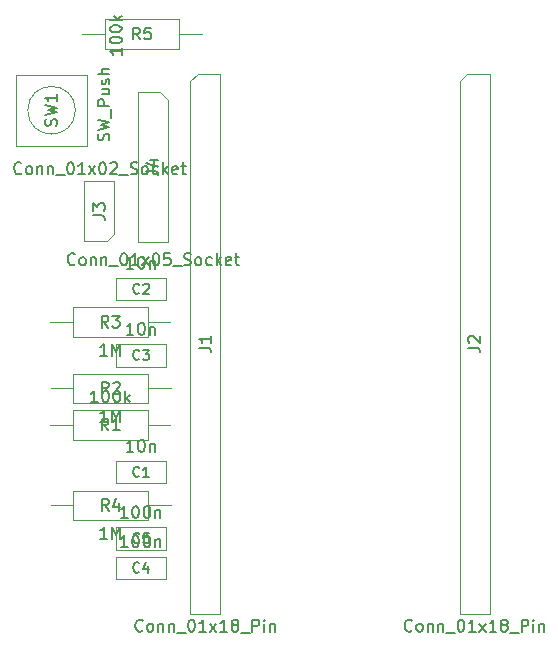
<source format=gbr>
%TF.GenerationSoftware,KiCad,Pcbnew,8.0.2*%
%TF.CreationDate,2025-02-13T09:09:47+01:00*%
%TF.ProjectId,Carte_main,43617274-655f-46d6-9169-6e2e6b696361,rev?*%
%TF.SameCoordinates,Original*%
%TF.FileFunction,AssemblyDrawing,Top*%
%FSLAX46Y46*%
G04 Gerber Fmt 4.6, Leading zero omitted, Abs format (unit mm)*
G04 Created by KiCad (PCBNEW 8.0.2) date 2025-02-13 09:09:47*
%MOMM*%
%LPD*%
G01*
G04 APERTURE LIST*
%ADD10C,0.150000*%
%ADD11C,0.129000*%
%ADD12C,0.100000*%
G04 APERTURE END LIST*
D10*
X127507142Y-99579819D02*
X126935714Y-99579819D01*
X127221428Y-99579819D02*
X127221428Y-98579819D01*
X127221428Y-98579819D02*
X127126190Y-98722676D01*
X127126190Y-98722676D02*
X127030952Y-98817914D01*
X127030952Y-98817914D02*
X126935714Y-98865533D01*
X128126190Y-98579819D02*
X128221428Y-98579819D01*
X128221428Y-98579819D02*
X128316666Y-98627438D01*
X128316666Y-98627438D02*
X128364285Y-98675057D01*
X128364285Y-98675057D02*
X128411904Y-98770295D01*
X128411904Y-98770295D02*
X128459523Y-98960771D01*
X128459523Y-98960771D02*
X128459523Y-99198866D01*
X128459523Y-99198866D02*
X128411904Y-99389342D01*
X128411904Y-99389342D02*
X128364285Y-99484580D01*
X128364285Y-99484580D02*
X128316666Y-99532200D01*
X128316666Y-99532200D02*
X128221428Y-99579819D01*
X128221428Y-99579819D02*
X128126190Y-99579819D01*
X128126190Y-99579819D02*
X128030952Y-99532200D01*
X128030952Y-99532200D02*
X127983333Y-99484580D01*
X127983333Y-99484580D02*
X127935714Y-99389342D01*
X127935714Y-99389342D02*
X127888095Y-99198866D01*
X127888095Y-99198866D02*
X127888095Y-98960771D01*
X127888095Y-98960771D02*
X127935714Y-98770295D01*
X127935714Y-98770295D02*
X127983333Y-98675057D01*
X127983333Y-98675057D02*
X128030952Y-98627438D01*
X128030952Y-98627438D02*
X128126190Y-98579819D01*
X128888095Y-98913152D02*
X128888095Y-99579819D01*
X128888095Y-99008390D02*
X128935714Y-98960771D01*
X128935714Y-98960771D02*
X129030952Y-98913152D01*
X129030952Y-98913152D02*
X129173809Y-98913152D01*
X129173809Y-98913152D02*
X129269047Y-98960771D01*
X129269047Y-98960771D02*
X129316666Y-99056009D01*
X129316666Y-99056009D02*
X129316666Y-99579819D01*
D11*
X128006666Y-101634240D02*
X127965714Y-101675193D01*
X127965714Y-101675193D02*
X127842856Y-101716145D01*
X127842856Y-101716145D02*
X127760952Y-101716145D01*
X127760952Y-101716145D02*
X127638095Y-101675193D01*
X127638095Y-101675193D02*
X127556190Y-101593288D01*
X127556190Y-101593288D02*
X127515237Y-101511383D01*
X127515237Y-101511383D02*
X127474285Y-101347573D01*
X127474285Y-101347573D02*
X127474285Y-101224716D01*
X127474285Y-101224716D02*
X127515237Y-101060907D01*
X127515237Y-101060907D02*
X127556190Y-100979002D01*
X127556190Y-100979002D02*
X127638095Y-100897097D01*
X127638095Y-100897097D02*
X127760952Y-100856145D01*
X127760952Y-100856145D02*
X127842856Y-100856145D01*
X127842856Y-100856145D02*
X127965714Y-100897097D01*
X127965714Y-100897097D02*
X128006666Y-100938050D01*
X128293333Y-100856145D02*
X128825714Y-100856145D01*
X128825714Y-100856145D02*
X128539047Y-101183764D01*
X128539047Y-101183764D02*
X128661904Y-101183764D01*
X128661904Y-101183764D02*
X128743809Y-101224716D01*
X128743809Y-101224716D02*
X128784761Y-101265669D01*
X128784761Y-101265669D02*
X128825714Y-101347573D01*
X128825714Y-101347573D02*
X128825714Y-101552335D01*
X128825714Y-101552335D02*
X128784761Y-101634240D01*
X128784761Y-101634240D02*
X128743809Y-101675193D01*
X128743809Y-101675193D02*
X128661904Y-101716145D01*
X128661904Y-101716145D02*
X128416190Y-101716145D01*
X128416190Y-101716145D02*
X128334285Y-101675193D01*
X128334285Y-101675193D02*
X128293333Y-101634240D01*
D10*
X124478571Y-105309819D02*
X123907143Y-105309819D01*
X124192857Y-105309819D02*
X124192857Y-104309819D01*
X124192857Y-104309819D02*
X124097619Y-104452676D01*
X124097619Y-104452676D02*
X124002381Y-104547914D01*
X124002381Y-104547914D02*
X123907143Y-104595533D01*
X125097619Y-104309819D02*
X125192857Y-104309819D01*
X125192857Y-104309819D02*
X125288095Y-104357438D01*
X125288095Y-104357438D02*
X125335714Y-104405057D01*
X125335714Y-104405057D02*
X125383333Y-104500295D01*
X125383333Y-104500295D02*
X125430952Y-104690771D01*
X125430952Y-104690771D02*
X125430952Y-104928866D01*
X125430952Y-104928866D02*
X125383333Y-105119342D01*
X125383333Y-105119342D02*
X125335714Y-105214580D01*
X125335714Y-105214580D02*
X125288095Y-105262200D01*
X125288095Y-105262200D02*
X125192857Y-105309819D01*
X125192857Y-105309819D02*
X125097619Y-105309819D01*
X125097619Y-105309819D02*
X125002381Y-105262200D01*
X125002381Y-105262200D02*
X124954762Y-105214580D01*
X124954762Y-105214580D02*
X124907143Y-105119342D01*
X124907143Y-105119342D02*
X124859524Y-104928866D01*
X124859524Y-104928866D02*
X124859524Y-104690771D01*
X124859524Y-104690771D02*
X124907143Y-104500295D01*
X124907143Y-104500295D02*
X124954762Y-104405057D01*
X124954762Y-104405057D02*
X125002381Y-104357438D01*
X125002381Y-104357438D02*
X125097619Y-104309819D01*
X126050000Y-104309819D02*
X126145238Y-104309819D01*
X126145238Y-104309819D02*
X126240476Y-104357438D01*
X126240476Y-104357438D02*
X126288095Y-104405057D01*
X126288095Y-104405057D02*
X126335714Y-104500295D01*
X126335714Y-104500295D02*
X126383333Y-104690771D01*
X126383333Y-104690771D02*
X126383333Y-104928866D01*
X126383333Y-104928866D02*
X126335714Y-105119342D01*
X126335714Y-105119342D02*
X126288095Y-105214580D01*
X126288095Y-105214580D02*
X126240476Y-105262200D01*
X126240476Y-105262200D02*
X126145238Y-105309819D01*
X126145238Y-105309819D02*
X126050000Y-105309819D01*
X126050000Y-105309819D02*
X125954762Y-105262200D01*
X125954762Y-105262200D02*
X125907143Y-105214580D01*
X125907143Y-105214580D02*
X125859524Y-105119342D01*
X125859524Y-105119342D02*
X125811905Y-104928866D01*
X125811905Y-104928866D02*
X125811905Y-104690771D01*
X125811905Y-104690771D02*
X125859524Y-104500295D01*
X125859524Y-104500295D02*
X125907143Y-104405057D01*
X125907143Y-104405057D02*
X125954762Y-104357438D01*
X125954762Y-104357438D02*
X126050000Y-104309819D01*
X126811905Y-105309819D02*
X126811905Y-104309819D01*
X126907143Y-104928866D02*
X127192857Y-105309819D01*
X127192857Y-104643152D02*
X126811905Y-105024104D01*
X125383333Y-107679819D02*
X125050000Y-107203628D01*
X124811905Y-107679819D02*
X124811905Y-106679819D01*
X124811905Y-106679819D02*
X125192857Y-106679819D01*
X125192857Y-106679819D02*
X125288095Y-106727438D01*
X125288095Y-106727438D02*
X125335714Y-106775057D01*
X125335714Y-106775057D02*
X125383333Y-106870295D01*
X125383333Y-106870295D02*
X125383333Y-107013152D01*
X125383333Y-107013152D02*
X125335714Y-107108390D01*
X125335714Y-107108390D02*
X125288095Y-107156009D01*
X125288095Y-107156009D02*
X125192857Y-107203628D01*
X125192857Y-107203628D02*
X124811905Y-107203628D01*
X126335714Y-107679819D02*
X125764286Y-107679819D01*
X126050000Y-107679819D02*
X126050000Y-106679819D01*
X126050000Y-106679819D02*
X125954762Y-106822676D01*
X125954762Y-106822676D02*
X125859524Y-106917914D01*
X125859524Y-106917914D02*
X125764286Y-106965533D01*
X127030952Y-117579819D02*
X126459524Y-117579819D01*
X126745238Y-117579819D02*
X126745238Y-116579819D01*
X126745238Y-116579819D02*
X126650000Y-116722676D01*
X126650000Y-116722676D02*
X126554762Y-116817914D01*
X126554762Y-116817914D02*
X126459524Y-116865533D01*
X127650000Y-116579819D02*
X127745238Y-116579819D01*
X127745238Y-116579819D02*
X127840476Y-116627438D01*
X127840476Y-116627438D02*
X127888095Y-116675057D01*
X127888095Y-116675057D02*
X127935714Y-116770295D01*
X127935714Y-116770295D02*
X127983333Y-116960771D01*
X127983333Y-116960771D02*
X127983333Y-117198866D01*
X127983333Y-117198866D02*
X127935714Y-117389342D01*
X127935714Y-117389342D02*
X127888095Y-117484580D01*
X127888095Y-117484580D02*
X127840476Y-117532200D01*
X127840476Y-117532200D02*
X127745238Y-117579819D01*
X127745238Y-117579819D02*
X127650000Y-117579819D01*
X127650000Y-117579819D02*
X127554762Y-117532200D01*
X127554762Y-117532200D02*
X127507143Y-117484580D01*
X127507143Y-117484580D02*
X127459524Y-117389342D01*
X127459524Y-117389342D02*
X127411905Y-117198866D01*
X127411905Y-117198866D02*
X127411905Y-116960771D01*
X127411905Y-116960771D02*
X127459524Y-116770295D01*
X127459524Y-116770295D02*
X127507143Y-116675057D01*
X127507143Y-116675057D02*
X127554762Y-116627438D01*
X127554762Y-116627438D02*
X127650000Y-116579819D01*
X128602381Y-116579819D02*
X128697619Y-116579819D01*
X128697619Y-116579819D02*
X128792857Y-116627438D01*
X128792857Y-116627438D02*
X128840476Y-116675057D01*
X128840476Y-116675057D02*
X128888095Y-116770295D01*
X128888095Y-116770295D02*
X128935714Y-116960771D01*
X128935714Y-116960771D02*
X128935714Y-117198866D01*
X128935714Y-117198866D02*
X128888095Y-117389342D01*
X128888095Y-117389342D02*
X128840476Y-117484580D01*
X128840476Y-117484580D02*
X128792857Y-117532200D01*
X128792857Y-117532200D02*
X128697619Y-117579819D01*
X128697619Y-117579819D02*
X128602381Y-117579819D01*
X128602381Y-117579819D02*
X128507143Y-117532200D01*
X128507143Y-117532200D02*
X128459524Y-117484580D01*
X128459524Y-117484580D02*
X128411905Y-117389342D01*
X128411905Y-117389342D02*
X128364286Y-117198866D01*
X128364286Y-117198866D02*
X128364286Y-116960771D01*
X128364286Y-116960771D02*
X128411905Y-116770295D01*
X128411905Y-116770295D02*
X128459524Y-116675057D01*
X128459524Y-116675057D02*
X128507143Y-116627438D01*
X128507143Y-116627438D02*
X128602381Y-116579819D01*
X129364286Y-116913152D02*
X129364286Y-117579819D01*
X129364286Y-117008390D02*
X129411905Y-116960771D01*
X129411905Y-116960771D02*
X129507143Y-116913152D01*
X129507143Y-116913152D02*
X129650000Y-116913152D01*
X129650000Y-116913152D02*
X129745238Y-116960771D01*
X129745238Y-116960771D02*
X129792857Y-117056009D01*
X129792857Y-117056009D02*
X129792857Y-117579819D01*
D11*
X128006666Y-119634240D02*
X127965714Y-119675193D01*
X127965714Y-119675193D02*
X127842856Y-119716145D01*
X127842856Y-119716145D02*
X127760952Y-119716145D01*
X127760952Y-119716145D02*
X127638095Y-119675193D01*
X127638095Y-119675193D02*
X127556190Y-119593288D01*
X127556190Y-119593288D02*
X127515237Y-119511383D01*
X127515237Y-119511383D02*
X127474285Y-119347573D01*
X127474285Y-119347573D02*
X127474285Y-119224716D01*
X127474285Y-119224716D02*
X127515237Y-119060907D01*
X127515237Y-119060907D02*
X127556190Y-118979002D01*
X127556190Y-118979002D02*
X127638095Y-118897097D01*
X127638095Y-118897097D02*
X127760952Y-118856145D01*
X127760952Y-118856145D02*
X127842856Y-118856145D01*
X127842856Y-118856145D02*
X127965714Y-118897097D01*
X127965714Y-118897097D02*
X128006666Y-118938050D01*
X128743809Y-119142812D02*
X128743809Y-119716145D01*
X128539047Y-118815193D02*
X128334285Y-119429478D01*
X128334285Y-119429478D02*
X128866666Y-119429478D01*
D10*
X125284285Y-106949819D02*
X124712857Y-106949819D01*
X124998571Y-106949819D02*
X124998571Y-105949819D01*
X124998571Y-105949819D02*
X124903333Y-106092676D01*
X124903333Y-106092676D02*
X124808095Y-106187914D01*
X124808095Y-106187914D02*
X124712857Y-106235533D01*
X125712857Y-106949819D02*
X125712857Y-105949819D01*
X125712857Y-105949819D02*
X126046190Y-106664104D01*
X126046190Y-106664104D02*
X126379523Y-105949819D01*
X126379523Y-105949819D02*
X126379523Y-106949819D01*
X125403333Y-104579819D02*
X125070000Y-104103628D01*
X124831905Y-104579819D02*
X124831905Y-103579819D01*
X124831905Y-103579819D02*
X125212857Y-103579819D01*
X125212857Y-103579819D02*
X125308095Y-103627438D01*
X125308095Y-103627438D02*
X125355714Y-103675057D01*
X125355714Y-103675057D02*
X125403333Y-103770295D01*
X125403333Y-103770295D02*
X125403333Y-103913152D01*
X125403333Y-103913152D02*
X125355714Y-104008390D01*
X125355714Y-104008390D02*
X125308095Y-104056009D01*
X125308095Y-104056009D02*
X125212857Y-104103628D01*
X125212857Y-104103628D02*
X124831905Y-104103628D01*
X125784286Y-103675057D02*
X125831905Y-103627438D01*
X125831905Y-103627438D02*
X125927143Y-103579819D01*
X125927143Y-103579819D02*
X126165238Y-103579819D01*
X126165238Y-103579819D02*
X126260476Y-103627438D01*
X126260476Y-103627438D02*
X126308095Y-103675057D01*
X126308095Y-103675057D02*
X126355714Y-103770295D01*
X126355714Y-103770295D02*
X126355714Y-103865533D01*
X126355714Y-103865533D02*
X126308095Y-104008390D01*
X126308095Y-104008390D02*
X125736667Y-104579819D01*
X125736667Y-104579819D02*
X126355714Y-104579819D01*
X125432200Y-83122618D02*
X125479819Y-82979761D01*
X125479819Y-82979761D02*
X125479819Y-82741666D01*
X125479819Y-82741666D02*
X125432200Y-82646428D01*
X125432200Y-82646428D02*
X125384580Y-82598809D01*
X125384580Y-82598809D02*
X125289342Y-82551190D01*
X125289342Y-82551190D02*
X125194104Y-82551190D01*
X125194104Y-82551190D02*
X125098866Y-82598809D01*
X125098866Y-82598809D02*
X125051247Y-82646428D01*
X125051247Y-82646428D02*
X125003628Y-82741666D01*
X125003628Y-82741666D02*
X124956009Y-82932142D01*
X124956009Y-82932142D02*
X124908390Y-83027380D01*
X124908390Y-83027380D02*
X124860771Y-83074999D01*
X124860771Y-83074999D02*
X124765533Y-83122618D01*
X124765533Y-83122618D02*
X124670295Y-83122618D01*
X124670295Y-83122618D02*
X124575057Y-83074999D01*
X124575057Y-83074999D02*
X124527438Y-83027380D01*
X124527438Y-83027380D02*
X124479819Y-82932142D01*
X124479819Y-82932142D02*
X124479819Y-82694047D01*
X124479819Y-82694047D02*
X124527438Y-82551190D01*
X124479819Y-82217856D02*
X125479819Y-81979761D01*
X125479819Y-81979761D02*
X124765533Y-81789285D01*
X124765533Y-81789285D02*
X125479819Y-81598809D01*
X125479819Y-81598809D02*
X124479819Y-81360714D01*
X125575057Y-81217857D02*
X125575057Y-80455952D01*
X125479819Y-80217856D02*
X124479819Y-80217856D01*
X124479819Y-80217856D02*
X124479819Y-79836904D01*
X124479819Y-79836904D02*
X124527438Y-79741666D01*
X124527438Y-79741666D02*
X124575057Y-79694047D01*
X124575057Y-79694047D02*
X124670295Y-79646428D01*
X124670295Y-79646428D02*
X124813152Y-79646428D01*
X124813152Y-79646428D02*
X124908390Y-79694047D01*
X124908390Y-79694047D02*
X124956009Y-79741666D01*
X124956009Y-79741666D02*
X125003628Y-79836904D01*
X125003628Y-79836904D02*
X125003628Y-80217856D01*
X124813152Y-78789285D02*
X125479819Y-78789285D01*
X124813152Y-79217856D02*
X125336961Y-79217856D01*
X125336961Y-79217856D02*
X125432200Y-79170237D01*
X125432200Y-79170237D02*
X125479819Y-79074999D01*
X125479819Y-79074999D02*
X125479819Y-78932142D01*
X125479819Y-78932142D02*
X125432200Y-78836904D01*
X125432200Y-78836904D02*
X125384580Y-78789285D01*
X125432200Y-78360713D02*
X125479819Y-78265475D01*
X125479819Y-78265475D02*
X125479819Y-78074999D01*
X125479819Y-78074999D02*
X125432200Y-77979761D01*
X125432200Y-77979761D02*
X125336961Y-77932142D01*
X125336961Y-77932142D02*
X125289342Y-77932142D01*
X125289342Y-77932142D02*
X125194104Y-77979761D01*
X125194104Y-77979761D02*
X125146485Y-78074999D01*
X125146485Y-78074999D02*
X125146485Y-78217856D01*
X125146485Y-78217856D02*
X125098866Y-78313094D01*
X125098866Y-78313094D02*
X125003628Y-78360713D01*
X125003628Y-78360713D02*
X124956009Y-78360713D01*
X124956009Y-78360713D02*
X124860771Y-78313094D01*
X124860771Y-78313094D02*
X124813152Y-78217856D01*
X124813152Y-78217856D02*
X124813152Y-78074999D01*
X124813152Y-78074999D02*
X124860771Y-77979761D01*
X125479819Y-77503570D02*
X124479819Y-77503570D01*
X125479819Y-77074999D02*
X124956009Y-77074999D01*
X124956009Y-77074999D02*
X124860771Y-77122618D01*
X124860771Y-77122618D02*
X124813152Y-77217856D01*
X124813152Y-77217856D02*
X124813152Y-77360713D01*
X124813152Y-77360713D02*
X124860771Y-77455951D01*
X124860771Y-77455951D02*
X124908390Y-77503570D01*
X120982200Y-81908332D02*
X121029819Y-81765475D01*
X121029819Y-81765475D02*
X121029819Y-81527380D01*
X121029819Y-81527380D02*
X120982200Y-81432142D01*
X120982200Y-81432142D02*
X120934580Y-81384523D01*
X120934580Y-81384523D02*
X120839342Y-81336904D01*
X120839342Y-81336904D02*
X120744104Y-81336904D01*
X120744104Y-81336904D02*
X120648866Y-81384523D01*
X120648866Y-81384523D02*
X120601247Y-81432142D01*
X120601247Y-81432142D02*
X120553628Y-81527380D01*
X120553628Y-81527380D02*
X120506009Y-81717856D01*
X120506009Y-81717856D02*
X120458390Y-81813094D01*
X120458390Y-81813094D02*
X120410771Y-81860713D01*
X120410771Y-81860713D02*
X120315533Y-81908332D01*
X120315533Y-81908332D02*
X120220295Y-81908332D01*
X120220295Y-81908332D02*
X120125057Y-81860713D01*
X120125057Y-81860713D02*
X120077438Y-81813094D01*
X120077438Y-81813094D02*
X120029819Y-81717856D01*
X120029819Y-81717856D02*
X120029819Y-81479761D01*
X120029819Y-81479761D02*
X120077438Y-81336904D01*
X120029819Y-81003570D02*
X121029819Y-80765475D01*
X121029819Y-80765475D02*
X120315533Y-80574999D01*
X120315533Y-80574999D02*
X121029819Y-80384523D01*
X121029819Y-80384523D02*
X120029819Y-80146428D01*
X121029819Y-79241666D02*
X121029819Y-79813094D01*
X121029819Y-79527380D02*
X120029819Y-79527380D01*
X120029819Y-79527380D02*
X120172676Y-79622618D01*
X120172676Y-79622618D02*
X120267914Y-79717856D01*
X120267914Y-79717856D02*
X120315533Y-79813094D01*
X122554760Y-93594580D02*
X122507141Y-93642200D01*
X122507141Y-93642200D02*
X122364284Y-93689819D01*
X122364284Y-93689819D02*
X122269046Y-93689819D01*
X122269046Y-93689819D02*
X122126189Y-93642200D01*
X122126189Y-93642200D02*
X122030951Y-93546961D01*
X122030951Y-93546961D02*
X121983332Y-93451723D01*
X121983332Y-93451723D02*
X121935713Y-93261247D01*
X121935713Y-93261247D02*
X121935713Y-93118390D01*
X121935713Y-93118390D02*
X121983332Y-92927914D01*
X121983332Y-92927914D02*
X122030951Y-92832676D01*
X122030951Y-92832676D02*
X122126189Y-92737438D01*
X122126189Y-92737438D02*
X122269046Y-92689819D01*
X122269046Y-92689819D02*
X122364284Y-92689819D01*
X122364284Y-92689819D02*
X122507141Y-92737438D01*
X122507141Y-92737438D02*
X122554760Y-92785057D01*
X123126189Y-93689819D02*
X123030951Y-93642200D01*
X123030951Y-93642200D02*
X122983332Y-93594580D01*
X122983332Y-93594580D02*
X122935713Y-93499342D01*
X122935713Y-93499342D02*
X122935713Y-93213628D01*
X122935713Y-93213628D02*
X122983332Y-93118390D01*
X122983332Y-93118390D02*
X123030951Y-93070771D01*
X123030951Y-93070771D02*
X123126189Y-93023152D01*
X123126189Y-93023152D02*
X123269046Y-93023152D01*
X123269046Y-93023152D02*
X123364284Y-93070771D01*
X123364284Y-93070771D02*
X123411903Y-93118390D01*
X123411903Y-93118390D02*
X123459522Y-93213628D01*
X123459522Y-93213628D02*
X123459522Y-93499342D01*
X123459522Y-93499342D02*
X123411903Y-93594580D01*
X123411903Y-93594580D02*
X123364284Y-93642200D01*
X123364284Y-93642200D02*
X123269046Y-93689819D01*
X123269046Y-93689819D02*
X123126189Y-93689819D01*
X123888094Y-93023152D02*
X123888094Y-93689819D01*
X123888094Y-93118390D02*
X123935713Y-93070771D01*
X123935713Y-93070771D02*
X124030951Y-93023152D01*
X124030951Y-93023152D02*
X124173808Y-93023152D01*
X124173808Y-93023152D02*
X124269046Y-93070771D01*
X124269046Y-93070771D02*
X124316665Y-93166009D01*
X124316665Y-93166009D02*
X124316665Y-93689819D01*
X124792856Y-93023152D02*
X124792856Y-93689819D01*
X124792856Y-93118390D02*
X124840475Y-93070771D01*
X124840475Y-93070771D02*
X124935713Y-93023152D01*
X124935713Y-93023152D02*
X125078570Y-93023152D01*
X125078570Y-93023152D02*
X125173808Y-93070771D01*
X125173808Y-93070771D02*
X125221427Y-93166009D01*
X125221427Y-93166009D02*
X125221427Y-93689819D01*
X125459523Y-93785057D02*
X126221427Y-93785057D01*
X126649999Y-92689819D02*
X126745237Y-92689819D01*
X126745237Y-92689819D02*
X126840475Y-92737438D01*
X126840475Y-92737438D02*
X126888094Y-92785057D01*
X126888094Y-92785057D02*
X126935713Y-92880295D01*
X126935713Y-92880295D02*
X126983332Y-93070771D01*
X126983332Y-93070771D02*
X126983332Y-93308866D01*
X126983332Y-93308866D02*
X126935713Y-93499342D01*
X126935713Y-93499342D02*
X126888094Y-93594580D01*
X126888094Y-93594580D02*
X126840475Y-93642200D01*
X126840475Y-93642200D02*
X126745237Y-93689819D01*
X126745237Y-93689819D02*
X126649999Y-93689819D01*
X126649999Y-93689819D02*
X126554761Y-93642200D01*
X126554761Y-93642200D02*
X126507142Y-93594580D01*
X126507142Y-93594580D02*
X126459523Y-93499342D01*
X126459523Y-93499342D02*
X126411904Y-93308866D01*
X126411904Y-93308866D02*
X126411904Y-93070771D01*
X126411904Y-93070771D02*
X126459523Y-92880295D01*
X126459523Y-92880295D02*
X126507142Y-92785057D01*
X126507142Y-92785057D02*
X126554761Y-92737438D01*
X126554761Y-92737438D02*
X126649999Y-92689819D01*
X127935713Y-93689819D02*
X127364285Y-93689819D01*
X127649999Y-93689819D02*
X127649999Y-92689819D01*
X127649999Y-92689819D02*
X127554761Y-92832676D01*
X127554761Y-92832676D02*
X127459523Y-92927914D01*
X127459523Y-92927914D02*
X127364285Y-92975533D01*
X128269047Y-93689819D02*
X128792856Y-93023152D01*
X128269047Y-93023152D02*
X128792856Y-93689819D01*
X129364285Y-92689819D02*
X129459523Y-92689819D01*
X129459523Y-92689819D02*
X129554761Y-92737438D01*
X129554761Y-92737438D02*
X129602380Y-92785057D01*
X129602380Y-92785057D02*
X129649999Y-92880295D01*
X129649999Y-92880295D02*
X129697618Y-93070771D01*
X129697618Y-93070771D02*
X129697618Y-93308866D01*
X129697618Y-93308866D02*
X129649999Y-93499342D01*
X129649999Y-93499342D02*
X129602380Y-93594580D01*
X129602380Y-93594580D02*
X129554761Y-93642200D01*
X129554761Y-93642200D02*
X129459523Y-93689819D01*
X129459523Y-93689819D02*
X129364285Y-93689819D01*
X129364285Y-93689819D02*
X129269047Y-93642200D01*
X129269047Y-93642200D02*
X129221428Y-93594580D01*
X129221428Y-93594580D02*
X129173809Y-93499342D01*
X129173809Y-93499342D02*
X129126190Y-93308866D01*
X129126190Y-93308866D02*
X129126190Y-93070771D01*
X129126190Y-93070771D02*
X129173809Y-92880295D01*
X129173809Y-92880295D02*
X129221428Y-92785057D01*
X129221428Y-92785057D02*
X129269047Y-92737438D01*
X129269047Y-92737438D02*
X129364285Y-92689819D01*
X130602380Y-92689819D02*
X130126190Y-92689819D01*
X130126190Y-92689819D02*
X130078571Y-93166009D01*
X130078571Y-93166009D02*
X130126190Y-93118390D01*
X130126190Y-93118390D02*
X130221428Y-93070771D01*
X130221428Y-93070771D02*
X130459523Y-93070771D01*
X130459523Y-93070771D02*
X130554761Y-93118390D01*
X130554761Y-93118390D02*
X130602380Y-93166009D01*
X130602380Y-93166009D02*
X130649999Y-93261247D01*
X130649999Y-93261247D02*
X130649999Y-93499342D01*
X130649999Y-93499342D02*
X130602380Y-93594580D01*
X130602380Y-93594580D02*
X130554761Y-93642200D01*
X130554761Y-93642200D02*
X130459523Y-93689819D01*
X130459523Y-93689819D02*
X130221428Y-93689819D01*
X130221428Y-93689819D02*
X130126190Y-93642200D01*
X130126190Y-93642200D02*
X130078571Y-93594580D01*
X130840476Y-93785057D02*
X131602380Y-93785057D01*
X131792857Y-93642200D02*
X131935714Y-93689819D01*
X131935714Y-93689819D02*
X132173809Y-93689819D01*
X132173809Y-93689819D02*
X132269047Y-93642200D01*
X132269047Y-93642200D02*
X132316666Y-93594580D01*
X132316666Y-93594580D02*
X132364285Y-93499342D01*
X132364285Y-93499342D02*
X132364285Y-93404104D01*
X132364285Y-93404104D02*
X132316666Y-93308866D01*
X132316666Y-93308866D02*
X132269047Y-93261247D01*
X132269047Y-93261247D02*
X132173809Y-93213628D01*
X132173809Y-93213628D02*
X131983333Y-93166009D01*
X131983333Y-93166009D02*
X131888095Y-93118390D01*
X131888095Y-93118390D02*
X131840476Y-93070771D01*
X131840476Y-93070771D02*
X131792857Y-92975533D01*
X131792857Y-92975533D02*
X131792857Y-92880295D01*
X131792857Y-92880295D02*
X131840476Y-92785057D01*
X131840476Y-92785057D02*
X131888095Y-92737438D01*
X131888095Y-92737438D02*
X131983333Y-92689819D01*
X131983333Y-92689819D02*
X132221428Y-92689819D01*
X132221428Y-92689819D02*
X132364285Y-92737438D01*
X132935714Y-93689819D02*
X132840476Y-93642200D01*
X132840476Y-93642200D02*
X132792857Y-93594580D01*
X132792857Y-93594580D02*
X132745238Y-93499342D01*
X132745238Y-93499342D02*
X132745238Y-93213628D01*
X132745238Y-93213628D02*
X132792857Y-93118390D01*
X132792857Y-93118390D02*
X132840476Y-93070771D01*
X132840476Y-93070771D02*
X132935714Y-93023152D01*
X132935714Y-93023152D02*
X133078571Y-93023152D01*
X133078571Y-93023152D02*
X133173809Y-93070771D01*
X133173809Y-93070771D02*
X133221428Y-93118390D01*
X133221428Y-93118390D02*
X133269047Y-93213628D01*
X133269047Y-93213628D02*
X133269047Y-93499342D01*
X133269047Y-93499342D02*
X133221428Y-93594580D01*
X133221428Y-93594580D02*
X133173809Y-93642200D01*
X133173809Y-93642200D02*
X133078571Y-93689819D01*
X133078571Y-93689819D02*
X132935714Y-93689819D01*
X134126190Y-93642200D02*
X134030952Y-93689819D01*
X134030952Y-93689819D02*
X133840476Y-93689819D01*
X133840476Y-93689819D02*
X133745238Y-93642200D01*
X133745238Y-93642200D02*
X133697619Y-93594580D01*
X133697619Y-93594580D02*
X133650000Y-93499342D01*
X133650000Y-93499342D02*
X133650000Y-93213628D01*
X133650000Y-93213628D02*
X133697619Y-93118390D01*
X133697619Y-93118390D02*
X133745238Y-93070771D01*
X133745238Y-93070771D02*
X133840476Y-93023152D01*
X133840476Y-93023152D02*
X134030952Y-93023152D01*
X134030952Y-93023152D02*
X134126190Y-93070771D01*
X134554762Y-93689819D02*
X134554762Y-92689819D01*
X134650000Y-93308866D02*
X134935714Y-93689819D01*
X134935714Y-93023152D02*
X134554762Y-93404104D01*
X135745238Y-93642200D02*
X135650000Y-93689819D01*
X135650000Y-93689819D02*
X135459524Y-93689819D01*
X135459524Y-93689819D02*
X135364286Y-93642200D01*
X135364286Y-93642200D02*
X135316667Y-93546961D01*
X135316667Y-93546961D02*
X135316667Y-93166009D01*
X135316667Y-93166009D02*
X135364286Y-93070771D01*
X135364286Y-93070771D02*
X135459524Y-93023152D01*
X135459524Y-93023152D02*
X135650000Y-93023152D01*
X135650000Y-93023152D02*
X135745238Y-93070771D01*
X135745238Y-93070771D02*
X135792857Y-93166009D01*
X135792857Y-93166009D02*
X135792857Y-93261247D01*
X135792857Y-93261247D02*
X135316667Y-93356485D01*
X136078572Y-93023152D02*
X136459524Y-93023152D01*
X136221429Y-92689819D02*
X136221429Y-93546961D01*
X136221429Y-93546961D02*
X136269048Y-93642200D01*
X136269048Y-93642200D02*
X136364286Y-93689819D01*
X136364286Y-93689819D02*
X136459524Y-93689819D01*
X128604819Y-85718333D02*
X129319104Y-85718333D01*
X129319104Y-85718333D02*
X129461961Y-85765952D01*
X129461961Y-85765952D02*
X129557200Y-85861190D01*
X129557200Y-85861190D02*
X129604819Y-86004047D01*
X129604819Y-86004047D02*
X129604819Y-86099285D01*
X128938152Y-84813571D02*
X129604819Y-84813571D01*
X128557200Y-85051666D02*
X129271485Y-85289761D01*
X129271485Y-85289761D02*
X129271485Y-84670714D01*
X127507142Y-93979819D02*
X126935714Y-93979819D01*
X127221428Y-93979819D02*
X127221428Y-92979819D01*
X127221428Y-92979819D02*
X127126190Y-93122676D01*
X127126190Y-93122676D02*
X127030952Y-93217914D01*
X127030952Y-93217914D02*
X126935714Y-93265533D01*
X128126190Y-92979819D02*
X128221428Y-92979819D01*
X128221428Y-92979819D02*
X128316666Y-93027438D01*
X128316666Y-93027438D02*
X128364285Y-93075057D01*
X128364285Y-93075057D02*
X128411904Y-93170295D01*
X128411904Y-93170295D02*
X128459523Y-93360771D01*
X128459523Y-93360771D02*
X128459523Y-93598866D01*
X128459523Y-93598866D02*
X128411904Y-93789342D01*
X128411904Y-93789342D02*
X128364285Y-93884580D01*
X128364285Y-93884580D02*
X128316666Y-93932200D01*
X128316666Y-93932200D02*
X128221428Y-93979819D01*
X128221428Y-93979819D02*
X128126190Y-93979819D01*
X128126190Y-93979819D02*
X128030952Y-93932200D01*
X128030952Y-93932200D02*
X127983333Y-93884580D01*
X127983333Y-93884580D02*
X127935714Y-93789342D01*
X127935714Y-93789342D02*
X127888095Y-93598866D01*
X127888095Y-93598866D02*
X127888095Y-93360771D01*
X127888095Y-93360771D02*
X127935714Y-93170295D01*
X127935714Y-93170295D02*
X127983333Y-93075057D01*
X127983333Y-93075057D02*
X128030952Y-93027438D01*
X128030952Y-93027438D02*
X128126190Y-92979819D01*
X128888095Y-93313152D02*
X128888095Y-93979819D01*
X128888095Y-93408390D02*
X128935714Y-93360771D01*
X128935714Y-93360771D02*
X129030952Y-93313152D01*
X129030952Y-93313152D02*
X129173809Y-93313152D01*
X129173809Y-93313152D02*
X129269047Y-93360771D01*
X129269047Y-93360771D02*
X129316666Y-93456009D01*
X129316666Y-93456009D02*
X129316666Y-93979819D01*
D11*
X128006666Y-96034240D02*
X127965714Y-96075193D01*
X127965714Y-96075193D02*
X127842856Y-96116145D01*
X127842856Y-96116145D02*
X127760952Y-96116145D01*
X127760952Y-96116145D02*
X127638095Y-96075193D01*
X127638095Y-96075193D02*
X127556190Y-95993288D01*
X127556190Y-95993288D02*
X127515237Y-95911383D01*
X127515237Y-95911383D02*
X127474285Y-95747573D01*
X127474285Y-95747573D02*
X127474285Y-95624716D01*
X127474285Y-95624716D02*
X127515237Y-95460907D01*
X127515237Y-95460907D02*
X127556190Y-95379002D01*
X127556190Y-95379002D02*
X127638095Y-95297097D01*
X127638095Y-95297097D02*
X127760952Y-95256145D01*
X127760952Y-95256145D02*
X127842856Y-95256145D01*
X127842856Y-95256145D02*
X127965714Y-95297097D01*
X127965714Y-95297097D02*
X128006666Y-95338050D01*
X128334285Y-95338050D02*
X128375237Y-95297097D01*
X128375237Y-95297097D02*
X128457142Y-95256145D01*
X128457142Y-95256145D02*
X128661904Y-95256145D01*
X128661904Y-95256145D02*
X128743809Y-95297097D01*
X128743809Y-95297097D02*
X128784761Y-95338050D01*
X128784761Y-95338050D02*
X128825714Y-95419954D01*
X128825714Y-95419954D02*
X128825714Y-95501859D01*
X128825714Y-95501859D02*
X128784761Y-95624716D01*
X128784761Y-95624716D02*
X128293333Y-96116145D01*
X128293333Y-96116145D02*
X128825714Y-96116145D01*
D10*
X128290475Y-124614580D02*
X128242856Y-124662200D01*
X128242856Y-124662200D02*
X128099999Y-124709819D01*
X128099999Y-124709819D02*
X128004761Y-124709819D01*
X128004761Y-124709819D02*
X127861904Y-124662200D01*
X127861904Y-124662200D02*
X127766666Y-124566961D01*
X127766666Y-124566961D02*
X127719047Y-124471723D01*
X127719047Y-124471723D02*
X127671428Y-124281247D01*
X127671428Y-124281247D02*
X127671428Y-124138390D01*
X127671428Y-124138390D02*
X127719047Y-123947914D01*
X127719047Y-123947914D02*
X127766666Y-123852676D01*
X127766666Y-123852676D02*
X127861904Y-123757438D01*
X127861904Y-123757438D02*
X128004761Y-123709819D01*
X128004761Y-123709819D02*
X128099999Y-123709819D01*
X128099999Y-123709819D02*
X128242856Y-123757438D01*
X128242856Y-123757438D02*
X128290475Y-123805057D01*
X128861904Y-124709819D02*
X128766666Y-124662200D01*
X128766666Y-124662200D02*
X128719047Y-124614580D01*
X128719047Y-124614580D02*
X128671428Y-124519342D01*
X128671428Y-124519342D02*
X128671428Y-124233628D01*
X128671428Y-124233628D02*
X128719047Y-124138390D01*
X128719047Y-124138390D02*
X128766666Y-124090771D01*
X128766666Y-124090771D02*
X128861904Y-124043152D01*
X128861904Y-124043152D02*
X129004761Y-124043152D01*
X129004761Y-124043152D02*
X129099999Y-124090771D01*
X129099999Y-124090771D02*
X129147618Y-124138390D01*
X129147618Y-124138390D02*
X129195237Y-124233628D01*
X129195237Y-124233628D02*
X129195237Y-124519342D01*
X129195237Y-124519342D02*
X129147618Y-124614580D01*
X129147618Y-124614580D02*
X129099999Y-124662200D01*
X129099999Y-124662200D02*
X129004761Y-124709819D01*
X129004761Y-124709819D02*
X128861904Y-124709819D01*
X129623809Y-124043152D02*
X129623809Y-124709819D01*
X129623809Y-124138390D02*
X129671428Y-124090771D01*
X129671428Y-124090771D02*
X129766666Y-124043152D01*
X129766666Y-124043152D02*
X129909523Y-124043152D01*
X129909523Y-124043152D02*
X130004761Y-124090771D01*
X130004761Y-124090771D02*
X130052380Y-124186009D01*
X130052380Y-124186009D02*
X130052380Y-124709819D01*
X130528571Y-124043152D02*
X130528571Y-124709819D01*
X130528571Y-124138390D02*
X130576190Y-124090771D01*
X130576190Y-124090771D02*
X130671428Y-124043152D01*
X130671428Y-124043152D02*
X130814285Y-124043152D01*
X130814285Y-124043152D02*
X130909523Y-124090771D01*
X130909523Y-124090771D02*
X130957142Y-124186009D01*
X130957142Y-124186009D02*
X130957142Y-124709819D01*
X131195238Y-124805057D02*
X131957142Y-124805057D01*
X132385714Y-123709819D02*
X132480952Y-123709819D01*
X132480952Y-123709819D02*
X132576190Y-123757438D01*
X132576190Y-123757438D02*
X132623809Y-123805057D01*
X132623809Y-123805057D02*
X132671428Y-123900295D01*
X132671428Y-123900295D02*
X132719047Y-124090771D01*
X132719047Y-124090771D02*
X132719047Y-124328866D01*
X132719047Y-124328866D02*
X132671428Y-124519342D01*
X132671428Y-124519342D02*
X132623809Y-124614580D01*
X132623809Y-124614580D02*
X132576190Y-124662200D01*
X132576190Y-124662200D02*
X132480952Y-124709819D01*
X132480952Y-124709819D02*
X132385714Y-124709819D01*
X132385714Y-124709819D02*
X132290476Y-124662200D01*
X132290476Y-124662200D02*
X132242857Y-124614580D01*
X132242857Y-124614580D02*
X132195238Y-124519342D01*
X132195238Y-124519342D02*
X132147619Y-124328866D01*
X132147619Y-124328866D02*
X132147619Y-124090771D01*
X132147619Y-124090771D02*
X132195238Y-123900295D01*
X132195238Y-123900295D02*
X132242857Y-123805057D01*
X132242857Y-123805057D02*
X132290476Y-123757438D01*
X132290476Y-123757438D02*
X132385714Y-123709819D01*
X133671428Y-124709819D02*
X133100000Y-124709819D01*
X133385714Y-124709819D02*
X133385714Y-123709819D01*
X133385714Y-123709819D02*
X133290476Y-123852676D01*
X133290476Y-123852676D02*
X133195238Y-123947914D01*
X133195238Y-123947914D02*
X133100000Y-123995533D01*
X134004762Y-124709819D02*
X134528571Y-124043152D01*
X134004762Y-124043152D02*
X134528571Y-124709819D01*
X135433333Y-124709819D02*
X134861905Y-124709819D01*
X135147619Y-124709819D02*
X135147619Y-123709819D01*
X135147619Y-123709819D02*
X135052381Y-123852676D01*
X135052381Y-123852676D02*
X134957143Y-123947914D01*
X134957143Y-123947914D02*
X134861905Y-123995533D01*
X136004762Y-124138390D02*
X135909524Y-124090771D01*
X135909524Y-124090771D02*
X135861905Y-124043152D01*
X135861905Y-124043152D02*
X135814286Y-123947914D01*
X135814286Y-123947914D02*
X135814286Y-123900295D01*
X135814286Y-123900295D02*
X135861905Y-123805057D01*
X135861905Y-123805057D02*
X135909524Y-123757438D01*
X135909524Y-123757438D02*
X136004762Y-123709819D01*
X136004762Y-123709819D02*
X136195238Y-123709819D01*
X136195238Y-123709819D02*
X136290476Y-123757438D01*
X136290476Y-123757438D02*
X136338095Y-123805057D01*
X136338095Y-123805057D02*
X136385714Y-123900295D01*
X136385714Y-123900295D02*
X136385714Y-123947914D01*
X136385714Y-123947914D02*
X136338095Y-124043152D01*
X136338095Y-124043152D02*
X136290476Y-124090771D01*
X136290476Y-124090771D02*
X136195238Y-124138390D01*
X136195238Y-124138390D02*
X136004762Y-124138390D01*
X136004762Y-124138390D02*
X135909524Y-124186009D01*
X135909524Y-124186009D02*
X135861905Y-124233628D01*
X135861905Y-124233628D02*
X135814286Y-124328866D01*
X135814286Y-124328866D02*
X135814286Y-124519342D01*
X135814286Y-124519342D02*
X135861905Y-124614580D01*
X135861905Y-124614580D02*
X135909524Y-124662200D01*
X135909524Y-124662200D02*
X136004762Y-124709819D01*
X136004762Y-124709819D02*
X136195238Y-124709819D01*
X136195238Y-124709819D02*
X136290476Y-124662200D01*
X136290476Y-124662200D02*
X136338095Y-124614580D01*
X136338095Y-124614580D02*
X136385714Y-124519342D01*
X136385714Y-124519342D02*
X136385714Y-124328866D01*
X136385714Y-124328866D02*
X136338095Y-124233628D01*
X136338095Y-124233628D02*
X136290476Y-124186009D01*
X136290476Y-124186009D02*
X136195238Y-124138390D01*
X136576191Y-124805057D02*
X137338095Y-124805057D01*
X137576191Y-124709819D02*
X137576191Y-123709819D01*
X137576191Y-123709819D02*
X137957143Y-123709819D01*
X137957143Y-123709819D02*
X138052381Y-123757438D01*
X138052381Y-123757438D02*
X138100000Y-123805057D01*
X138100000Y-123805057D02*
X138147619Y-123900295D01*
X138147619Y-123900295D02*
X138147619Y-124043152D01*
X138147619Y-124043152D02*
X138100000Y-124138390D01*
X138100000Y-124138390D02*
X138052381Y-124186009D01*
X138052381Y-124186009D02*
X137957143Y-124233628D01*
X137957143Y-124233628D02*
X137576191Y-124233628D01*
X138576191Y-124709819D02*
X138576191Y-124043152D01*
X138576191Y-123709819D02*
X138528572Y-123757438D01*
X138528572Y-123757438D02*
X138576191Y-123805057D01*
X138576191Y-123805057D02*
X138623810Y-123757438D01*
X138623810Y-123757438D02*
X138576191Y-123709819D01*
X138576191Y-123709819D02*
X138576191Y-123805057D01*
X139052381Y-124043152D02*
X139052381Y-124709819D01*
X139052381Y-124138390D02*
X139100000Y-124090771D01*
X139100000Y-124090771D02*
X139195238Y-124043152D01*
X139195238Y-124043152D02*
X139338095Y-124043152D01*
X139338095Y-124043152D02*
X139433333Y-124090771D01*
X139433333Y-124090771D02*
X139480952Y-124186009D01*
X139480952Y-124186009D02*
X139480952Y-124709819D01*
X133054819Y-100668333D02*
X133769104Y-100668333D01*
X133769104Y-100668333D02*
X133911961Y-100715952D01*
X133911961Y-100715952D02*
X134007200Y-100811190D01*
X134007200Y-100811190D02*
X134054819Y-100954047D01*
X134054819Y-100954047D02*
X134054819Y-101049285D01*
X134054819Y-99668333D02*
X134054819Y-100239761D01*
X134054819Y-99954047D02*
X133054819Y-99954047D01*
X133054819Y-99954047D02*
X133197676Y-100049285D01*
X133197676Y-100049285D02*
X133292914Y-100144523D01*
X133292914Y-100144523D02*
X133340533Y-100239761D01*
X126504819Y-75296428D02*
X126504819Y-75867856D01*
X126504819Y-75582142D02*
X125504819Y-75582142D01*
X125504819Y-75582142D02*
X125647676Y-75677380D01*
X125647676Y-75677380D02*
X125742914Y-75772618D01*
X125742914Y-75772618D02*
X125790533Y-75867856D01*
X125504819Y-74677380D02*
X125504819Y-74582142D01*
X125504819Y-74582142D02*
X125552438Y-74486904D01*
X125552438Y-74486904D02*
X125600057Y-74439285D01*
X125600057Y-74439285D02*
X125695295Y-74391666D01*
X125695295Y-74391666D02*
X125885771Y-74344047D01*
X125885771Y-74344047D02*
X126123866Y-74344047D01*
X126123866Y-74344047D02*
X126314342Y-74391666D01*
X126314342Y-74391666D02*
X126409580Y-74439285D01*
X126409580Y-74439285D02*
X126457200Y-74486904D01*
X126457200Y-74486904D02*
X126504819Y-74582142D01*
X126504819Y-74582142D02*
X126504819Y-74677380D01*
X126504819Y-74677380D02*
X126457200Y-74772618D01*
X126457200Y-74772618D02*
X126409580Y-74820237D01*
X126409580Y-74820237D02*
X126314342Y-74867856D01*
X126314342Y-74867856D02*
X126123866Y-74915475D01*
X126123866Y-74915475D02*
X125885771Y-74915475D01*
X125885771Y-74915475D02*
X125695295Y-74867856D01*
X125695295Y-74867856D02*
X125600057Y-74820237D01*
X125600057Y-74820237D02*
X125552438Y-74772618D01*
X125552438Y-74772618D02*
X125504819Y-74677380D01*
X125504819Y-73724999D02*
X125504819Y-73629761D01*
X125504819Y-73629761D02*
X125552438Y-73534523D01*
X125552438Y-73534523D02*
X125600057Y-73486904D01*
X125600057Y-73486904D02*
X125695295Y-73439285D01*
X125695295Y-73439285D02*
X125885771Y-73391666D01*
X125885771Y-73391666D02*
X126123866Y-73391666D01*
X126123866Y-73391666D02*
X126314342Y-73439285D01*
X126314342Y-73439285D02*
X126409580Y-73486904D01*
X126409580Y-73486904D02*
X126457200Y-73534523D01*
X126457200Y-73534523D02*
X126504819Y-73629761D01*
X126504819Y-73629761D02*
X126504819Y-73724999D01*
X126504819Y-73724999D02*
X126457200Y-73820237D01*
X126457200Y-73820237D02*
X126409580Y-73867856D01*
X126409580Y-73867856D02*
X126314342Y-73915475D01*
X126314342Y-73915475D02*
X126123866Y-73963094D01*
X126123866Y-73963094D02*
X125885771Y-73963094D01*
X125885771Y-73963094D02*
X125695295Y-73915475D01*
X125695295Y-73915475D02*
X125600057Y-73867856D01*
X125600057Y-73867856D02*
X125552438Y-73820237D01*
X125552438Y-73820237D02*
X125504819Y-73724999D01*
X126504819Y-72963094D02*
X125504819Y-72963094D01*
X126123866Y-72867856D02*
X126504819Y-72582142D01*
X125838152Y-72582142D02*
X126219104Y-72963094D01*
X128058333Y-74579819D02*
X127725000Y-74103628D01*
X127486905Y-74579819D02*
X127486905Y-73579819D01*
X127486905Y-73579819D02*
X127867857Y-73579819D01*
X127867857Y-73579819D02*
X127963095Y-73627438D01*
X127963095Y-73627438D02*
X128010714Y-73675057D01*
X128010714Y-73675057D02*
X128058333Y-73770295D01*
X128058333Y-73770295D02*
X128058333Y-73913152D01*
X128058333Y-73913152D02*
X128010714Y-74008390D01*
X128010714Y-74008390D02*
X127963095Y-74056009D01*
X127963095Y-74056009D02*
X127867857Y-74103628D01*
X127867857Y-74103628D02*
X127486905Y-74103628D01*
X128963095Y-73579819D02*
X128486905Y-73579819D01*
X128486905Y-73579819D02*
X128439286Y-74056009D01*
X128439286Y-74056009D02*
X128486905Y-74008390D01*
X128486905Y-74008390D02*
X128582143Y-73960771D01*
X128582143Y-73960771D02*
X128820238Y-73960771D01*
X128820238Y-73960771D02*
X128915476Y-74008390D01*
X128915476Y-74008390D02*
X128963095Y-74056009D01*
X128963095Y-74056009D02*
X129010714Y-74151247D01*
X129010714Y-74151247D02*
X129010714Y-74389342D01*
X129010714Y-74389342D02*
X128963095Y-74484580D01*
X128963095Y-74484580D02*
X128915476Y-74532200D01*
X128915476Y-74532200D02*
X128820238Y-74579819D01*
X128820238Y-74579819D02*
X128582143Y-74579819D01*
X128582143Y-74579819D02*
X128486905Y-74532200D01*
X128486905Y-74532200D02*
X128439286Y-74484580D01*
X125284285Y-116849819D02*
X124712857Y-116849819D01*
X124998571Y-116849819D02*
X124998571Y-115849819D01*
X124998571Y-115849819D02*
X124903333Y-115992676D01*
X124903333Y-115992676D02*
X124808095Y-116087914D01*
X124808095Y-116087914D02*
X124712857Y-116135533D01*
X125712857Y-116849819D02*
X125712857Y-115849819D01*
X125712857Y-115849819D02*
X126046190Y-116564104D01*
X126046190Y-116564104D02*
X126379523Y-115849819D01*
X126379523Y-115849819D02*
X126379523Y-116849819D01*
X125403333Y-114479819D02*
X125070000Y-114003628D01*
X124831905Y-114479819D02*
X124831905Y-113479819D01*
X124831905Y-113479819D02*
X125212857Y-113479819D01*
X125212857Y-113479819D02*
X125308095Y-113527438D01*
X125308095Y-113527438D02*
X125355714Y-113575057D01*
X125355714Y-113575057D02*
X125403333Y-113670295D01*
X125403333Y-113670295D02*
X125403333Y-113813152D01*
X125403333Y-113813152D02*
X125355714Y-113908390D01*
X125355714Y-113908390D02*
X125308095Y-113956009D01*
X125308095Y-113956009D02*
X125212857Y-114003628D01*
X125212857Y-114003628D02*
X124831905Y-114003628D01*
X126260476Y-113813152D02*
X126260476Y-114479819D01*
X126022381Y-113432200D02*
X125784286Y-114146485D01*
X125784286Y-114146485D02*
X126403333Y-114146485D01*
X125264285Y-101349819D02*
X124692857Y-101349819D01*
X124978571Y-101349819D02*
X124978571Y-100349819D01*
X124978571Y-100349819D02*
X124883333Y-100492676D01*
X124883333Y-100492676D02*
X124788095Y-100587914D01*
X124788095Y-100587914D02*
X124692857Y-100635533D01*
X125692857Y-101349819D02*
X125692857Y-100349819D01*
X125692857Y-100349819D02*
X126026190Y-101064104D01*
X126026190Y-101064104D02*
X126359523Y-100349819D01*
X126359523Y-100349819D02*
X126359523Y-101349819D01*
X125383333Y-98979819D02*
X125050000Y-98503628D01*
X124811905Y-98979819D02*
X124811905Y-97979819D01*
X124811905Y-97979819D02*
X125192857Y-97979819D01*
X125192857Y-97979819D02*
X125288095Y-98027438D01*
X125288095Y-98027438D02*
X125335714Y-98075057D01*
X125335714Y-98075057D02*
X125383333Y-98170295D01*
X125383333Y-98170295D02*
X125383333Y-98313152D01*
X125383333Y-98313152D02*
X125335714Y-98408390D01*
X125335714Y-98408390D02*
X125288095Y-98456009D01*
X125288095Y-98456009D02*
X125192857Y-98503628D01*
X125192857Y-98503628D02*
X124811905Y-98503628D01*
X125716667Y-97979819D02*
X126335714Y-97979819D01*
X126335714Y-97979819D02*
X126002381Y-98360771D01*
X126002381Y-98360771D02*
X126145238Y-98360771D01*
X126145238Y-98360771D02*
X126240476Y-98408390D01*
X126240476Y-98408390D02*
X126288095Y-98456009D01*
X126288095Y-98456009D02*
X126335714Y-98551247D01*
X126335714Y-98551247D02*
X126335714Y-98789342D01*
X126335714Y-98789342D02*
X126288095Y-98884580D01*
X126288095Y-98884580D02*
X126240476Y-98932200D01*
X126240476Y-98932200D02*
X126145238Y-98979819D01*
X126145238Y-98979819D02*
X125859524Y-98979819D01*
X125859524Y-98979819D02*
X125764286Y-98932200D01*
X125764286Y-98932200D02*
X125716667Y-98884580D01*
X118029760Y-85889580D02*
X117982141Y-85937200D01*
X117982141Y-85937200D02*
X117839284Y-85984819D01*
X117839284Y-85984819D02*
X117744046Y-85984819D01*
X117744046Y-85984819D02*
X117601189Y-85937200D01*
X117601189Y-85937200D02*
X117505951Y-85841961D01*
X117505951Y-85841961D02*
X117458332Y-85746723D01*
X117458332Y-85746723D02*
X117410713Y-85556247D01*
X117410713Y-85556247D02*
X117410713Y-85413390D01*
X117410713Y-85413390D02*
X117458332Y-85222914D01*
X117458332Y-85222914D02*
X117505951Y-85127676D01*
X117505951Y-85127676D02*
X117601189Y-85032438D01*
X117601189Y-85032438D02*
X117744046Y-84984819D01*
X117744046Y-84984819D02*
X117839284Y-84984819D01*
X117839284Y-84984819D02*
X117982141Y-85032438D01*
X117982141Y-85032438D02*
X118029760Y-85080057D01*
X118601189Y-85984819D02*
X118505951Y-85937200D01*
X118505951Y-85937200D02*
X118458332Y-85889580D01*
X118458332Y-85889580D02*
X118410713Y-85794342D01*
X118410713Y-85794342D02*
X118410713Y-85508628D01*
X118410713Y-85508628D02*
X118458332Y-85413390D01*
X118458332Y-85413390D02*
X118505951Y-85365771D01*
X118505951Y-85365771D02*
X118601189Y-85318152D01*
X118601189Y-85318152D02*
X118744046Y-85318152D01*
X118744046Y-85318152D02*
X118839284Y-85365771D01*
X118839284Y-85365771D02*
X118886903Y-85413390D01*
X118886903Y-85413390D02*
X118934522Y-85508628D01*
X118934522Y-85508628D02*
X118934522Y-85794342D01*
X118934522Y-85794342D02*
X118886903Y-85889580D01*
X118886903Y-85889580D02*
X118839284Y-85937200D01*
X118839284Y-85937200D02*
X118744046Y-85984819D01*
X118744046Y-85984819D02*
X118601189Y-85984819D01*
X119363094Y-85318152D02*
X119363094Y-85984819D01*
X119363094Y-85413390D02*
X119410713Y-85365771D01*
X119410713Y-85365771D02*
X119505951Y-85318152D01*
X119505951Y-85318152D02*
X119648808Y-85318152D01*
X119648808Y-85318152D02*
X119744046Y-85365771D01*
X119744046Y-85365771D02*
X119791665Y-85461009D01*
X119791665Y-85461009D02*
X119791665Y-85984819D01*
X120267856Y-85318152D02*
X120267856Y-85984819D01*
X120267856Y-85413390D02*
X120315475Y-85365771D01*
X120315475Y-85365771D02*
X120410713Y-85318152D01*
X120410713Y-85318152D02*
X120553570Y-85318152D01*
X120553570Y-85318152D02*
X120648808Y-85365771D01*
X120648808Y-85365771D02*
X120696427Y-85461009D01*
X120696427Y-85461009D02*
X120696427Y-85984819D01*
X120934523Y-86080057D02*
X121696427Y-86080057D01*
X122124999Y-84984819D02*
X122220237Y-84984819D01*
X122220237Y-84984819D02*
X122315475Y-85032438D01*
X122315475Y-85032438D02*
X122363094Y-85080057D01*
X122363094Y-85080057D02*
X122410713Y-85175295D01*
X122410713Y-85175295D02*
X122458332Y-85365771D01*
X122458332Y-85365771D02*
X122458332Y-85603866D01*
X122458332Y-85603866D02*
X122410713Y-85794342D01*
X122410713Y-85794342D02*
X122363094Y-85889580D01*
X122363094Y-85889580D02*
X122315475Y-85937200D01*
X122315475Y-85937200D02*
X122220237Y-85984819D01*
X122220237Y-85984819D02*
X122124999Y-85984819D01*
X122124999Y-85984819D02*
X122029761Y-85937200D01*
X122029761Y-85937200D02*
X121982142Y-85889580D01*
X121982142Y-85889580D02*
X121934523Y-85794342D01*
X121934523Y-85794342D02*
X121886904Y-85603866D01*
X121886904Y-85603866D02*
X121886904Y-85365771D01*
X121886904Y-85365771D02*
X121934523Y-85175295D01*
X121934523Y-85175295D02*
X121982142Y-85080057D01*
X121982142Y-85080057D02*
X122029761Y-85032438D01*
X122029761Y-85032438D02*
X122124999Y-84984819D01*
X123410713Y-85984819D02*
X122839285Y-85984819D01*
X123124999Y-85984819D02*
X123124999Y-84984819D01*
X123124999Y-84984819D02*
X123029761Y-85127676D01*
X123029761Y-85127676D02*
X122934523Y-85222914D01*
X122934523Y-85222914D02*
X122839285Y-85270533D01*
X123744047Y-85984819D02*
X124267856Y-85318152D01*
X123744047Y-85318152D02*
X124267856Y-85984819D01*
X124839285Y-84984819D02*
X124934523Y-84984819D01*
X124934523Y-84984819D02*
X125029761Y-85032438D01*
X125029761Y-85032438D02*
X125077380Y-85080057D01*
X125077380Y-85080057D02*
X125124999Y-85175295D01*
X125124999Y-85175295D02*
X125172618Y-85365771D01*
X125172618Y-85365771D02*
X125172618Y-85603866D01*
X125172618Y-85603866D02*
X125124999Y-85794342D01*
X125124999Y-85794342D02*
X125077380Y-85889580D01*
X125077380Y-85889580D02*
X125029761Y-85937200D01*
X125029761Y-85937200D02*
X124934523Y-85984819D01*
X124934523Y-85984819D02*
X124839285Y-85984819D01*
X124839285Y-85984819D02*
X124744047Y-85937200D01*
X124744047Y-85937200D02*
X124696428Y-85889580D01*
X124696428Y-85889580D02*
X124648809Y-85794342D01*
X124648809Y-85794342D02*
X124601190Y-85603866D01*
X124601190Y-85603866D02*
X124601190Y-85365771D01*
X124601190Y-85365771D02*
X124648809Y-85175295D01*
X124648809Y-85175295D02*
X124696428Y-85080057D01*
X124696428Y-85080057D02*
X124744047Y-85032438D01*
X124744047Y-85032438D02*
X124839285Y-84984819D01*
X125553571Y-85080057D02*
X125601190Y-85032438D01*
X125601190Y-85032438D02*
X125696428Y-84984819D01*
X125696428Y-84984819D02*
X125934523Y-84984819D01*
X125934523Y-84984819D02*
X126029761Y-85032438D01*
X126029761Y-85032438D02*
X126077380Y-85080057D01*
X126077380Y-85080057D02*
X126124999Y-85175295D01*
X126124999Y-85175295D02*
X126124999Y-85270533D01*
X126124999Y-85270533D02*
X126077380Y-85413390D01*
X126077380Y-85413390D02*
X125505952Y-85984819D01*
X125505952Y-85984819D02*
X126124999Y-85984819D01*
X126315476Y-86080057D02*
X127077380Y-86080057D01*
X127267857Y-85937200D02*
X127410714Y-85984819D01*
X127410714Y-85984819D02*
X127648809Y-85984819D01*
X127648809Y-85984819D02*
X127744047Y-85937200D01*
X127744047Y-85937200D02*
X127791666Y-85889580D01*
X127791666Y-85889580D02*
X127839285Y-85794342D01*
X127839285Y-85794342D02*
X127839285Y-85699104D01*
X127839285Y-85699104D02*
X127791666Y-85603866D01*
X127791666Y-85603866D02*
X127744047Y-85556247D01*
X127744047Y-85556247D02*
X127648809Y-85508628D01*
X127648809Y-85508628D02*
X127458333Y-85461009D01*
X127458333Y-85461009D02*
X127363095Y-85413390D01*
X127363095Y-85413390D02*
X127315476Y-85365771D01*
X127315476Y-85365771D02*
X127267857Y-85270533D01*
X127267857Y-85270533D02*
X127267857Y-85175295D01*
X127267857Y-85175295D02*
X127315476Y-85080057D01*
X127315476Y-85080057D02*
X127363095Y-85032438D01*
X127363095Y-85032438D02*
X127458333Y-84984819D01*
X127458333Y-84984819D02*
X127696428Y-84984819D01*
X127696428Y-84984819D02*
X127839285Y-85032438D01*
X128410714Y-85984819D02*
X128315476Y-85937200D01*
X128315476Y-85937200D02*
X128267857Y-85889580D01*
X128267857Y-85889580D02*
X128220238Y-85794342D01*
X128220238Y-85794342D02*
X128220238Y-85508628D01*
X128220238Y-85508628D02*
X128267857Y-85413390D01*
X128267857Y-85413390D02*
X128315476Y-85365771D01*
X128315476Y-85365771D02*
X128410714Y-85318152D01*
X128410714Y-85318152D02*
X128553571Y-85318152D01*
X128553571Y-85318152D02*
X128648809Y-85365771D01*
X128648809Y-85365771D02*
X128696428Y-85413390D01*
X128696428Y-85413390D02*
X128744047Y-85508628D01*
X128744047Y-85508628D02*
X128744047Y-85794342D01*
X128744047Y-85794342D02*
X128696428Y-85889580D01*
X128696428Y-85889580D02*
X128648809Y-85937200D01*
X128648809Y-85937200D02*
X128553571Y-85984819D01*
X128553571Y-85984819D02*
X128410714Y-85984819D01*
X129601190Y-85937200D02*
X129505952Y-85984819D01*
X129505952Y-85984819D02*
X129315476Y-85984819D01*
X129315476Y-85984819D02*
X129220238Y-85937200D01*
X129220238Y-85937200D02*
X129172619Y-85889580D01*
X129172619Y-85889580D02*
X129125000Y-85794342D01*
X129125000Y-85794342D02*
X129125000Y-85508628D01*
X129125000Y-85508628D02*
X129172619Y-85413390D01*
X129172619Y-85413390D02*
X129220238Y-85365771D01*
X129220238Y-85365771D02*
X129315476Y-85318152D01*
X129315476Y-85318152D02*
X129505952Y-85318152D01*
X129505952Y-85318152D02*
X129601190Y-85365771D01*
X130029762Y-85984819D02*
X130029762Y-84984819D01*
X130125000Y-85603866D02*
X130410714Y-85984819D01*
X130410714Y-85318152D02*
X130029762Y-85699104D01*
X131220238Y-85937200D02*
X131125000Y-85984819D01*
X131125000Y-85984819D02*
X130934524Y-85984819D01*
X130934524Y-85984819D02*
X130839286Y-85937200D01*
X130839286Y-85937200D02*
X130791667Y-85841961D01*
X130791667Y-85841961D02*
X130791667Y-85461009D01*
X130791667Y-85461009D02*
X130839286Y-85365771D01*
X130839286Y-85365771D02*
X130934524Y-85318152D01*
X130934524Y-85318152D02*
X131125000Y-85318152D01*
X131125000Y-85318152D02*
X131220238Y-85365771D01*
X131220238Y-85365771D02*
X131267857Y-85461009D01*
X131267857Y-85461009D02*
X131267857Y-85556247D01*
X131267857Y-85556247D02*
X130791667Y-85651485D01*
X131553572Y-85318152D02*
X131934524Y-85318152D01*
X131696429Y-84984819D02*
X131696429Y-85841961D01*
X131696429Y-85841961D02*
X131744048Y-85937200D01*
X131744048Y-85937200D02*
X131839286Y-85984819D01*
X131839286Y-85984819D02*
X131934524Y-85984819D01*
X124079819Y-89463333D02*
X124794104Y-89463333D01*
X124794104Y-89463333D02*
X124936961Y-89510952D01*
X124936961Y-89510952D02*
X125032200Y-89606190D01*
X125032200Y-89606190D02*
X125079819Y-89749047D01*
X125079819Y-89749047D02*
X125079819Y-89844285D01*
X124079819Y-89082380D02*
X124079819Y-88463333D01*
X124079819Y-88463333D02*
X124460771Y-88796666D01*
X124460771Y-88796666D02*
X124460771Y-88653809D01*
X124460771Y-88653809D02*
X124508390Y-88558571D01*
X124508390Y-88558571D02*
X124556009Y-88510952D01*
X124556009Y-88510952D02*
X124651247Y-88463333D01*
X124651247Y-88463333D02*
X124889342Y-88463333D01*
X124889342Y-88463333D02*
X124984580Y-88510952D01*
X124984580Y-88510952D02*
X125032200Y-88558571D01*
X125032200Y-88558571D02*
X125079819Y-88653809D01*
X125079819Y-88653809D02*
X125079819Y-88939523D01*
X125079819Y-88939523D02*
X125032200Y-89034761D01*
X125032200Y-89034761D02*
X124984580Y-89082380D01*
X127507142Y-109479819D02*
X126935714Y-109479819D01*
X127221428Y-109479819D02*
X127221428Y-108479819D01*
X127221428Y-108479819D02*
X127126190Y-108622676D01*
X127126190Y-108622676D02*
X127030952Y-108717914D01*
X127030952Y-108717914D02*
X126935714Y-108765533D01*
X128126190Y-108479819D02*
X128221428Y-108479819D01*
X128221428Y-108479819D02*
X128316666Y-108527438D01*
X128316666Y-108527438D02*
X128364285Y-108575057D01*
X128364285Y-108575057D02*
X128411904Y-108670295D01*
X128411904Y-108670295D02*
X128459523Y-108860771D01*
X128459523Y-108860771D02*
X128459523Y-109098866D01*
X128459523Y-109098866D02*
X128411904Y-109289342D01*
X128411904Y-109289342D02*
X128364285Y-109384580D01*
X128364285Y-109384580D02*
X128316666Y-109432200D01*
X128316666Y-109432200D02*
X128221428Y-109479819D01*
X128221428Y-109479819D02*
X128126190Y-109479819D01*
X128126190Y-109479819D02*
X128030952Y-109432200D01*
X128030952Y-109432200D02*
X127983333Y-109384580D01*
X127983333Y-109384580D02*
X127935714Y-109289342D01*
X127935714Y-109289342D02*
X127888095Y-109098866D01*
X127888095Y-109098866D02*
X127888095Y-108860771D01*
X127888095Y-108860771D02*
X127935714Y-108670295D01*
X127935714Y-108670295D02*
X127983333Y-108575057D01*
X127983333Y-108575057D02*
X128030952Y-108527438D01*
X128030952Y-108527438D02*
X128126190Y-108479819D01*
X128888095Y-108813152D02*
X128888095Y-109479819D01*
X128888095Y-108908390D02*
X128935714Y-108860771D01*
X128935714Y-108860771D02*
X129030952Y-108813152D01*
X129030952Y-108813152D02*
X129173809Y-108813152D01*
X129173809Y-108813152D02*
X129269047Y-108860771D01*
X129269047Y-108860771D02*
X129316666Y-108956009D01*
X129316666Y-108956009D02*
X129316666Y-109479819D01*
D11*
X128006666Y-111534240D02*
X127965714Y-111575193D01*
X127965714Y-111575193D02*
X127842856Y-111616145D01*
X127842856Y-111616145D02*
X127760952Y-111616145D01*
X127760952Y-111616145D02*
X127638095Y-111575193D01*
X127638095Y-111575193D02*
X127556190Y-111493288D01*
X127556190Y-111493288D02*
X127515237Y-111411383D01*
X127515237Y-111411383D02*
X127474285Y-111247573D01*
X127474285Y-111247573D02*
X127474285Y-111124716D01*
X127474285Y-111124716D02*
X127515237Y-110960907D01*
X127515237Y-110960907D02*
X127556190Y-110879002D01*
X127556190Y-110879002D02*
X127638095Y-110797097D01*
X127638095Y-110797097D02*
X127760952Y-110756145D01*
X127760952Y-110756145D02*
X127842856Y-110756145D01*
X127842856Y-110756145D02*
X127965714Y-110797097D01*
X127965714Y-110797097D02*
X128006666Y-110838050D01*
X128825714Y-111616145D02*
X128334285Y-111616145D01*
X128579999Y-111616145D02*
X128579999Y-110756145D01*
X128579999Y-110756145D02*
X128498095Y-110879002D01*
X128498095Y-110879002D02*
X128416190Y-110960907D01*
X128416190Y-110960907D02*
X128334285Y-111001859D01*
D10*
X151090475Y-124614580D02*
X151042856Y-124662200D01*
X151042856Y-124662200D02*
X150899999Y-124709819D01*
X150899999Y-124709819D02*
X150804761Y-124709819D01*
X150804761Y-124709819D02*
X150661904Y-124662200D01*
X150661904Y-124662200D02*
X150566666Y-124566961D01*
X150566666Y-124566961D02*
X150519047Y-124471723D01*
X150519047Y-124471723D02*
X150471428Y-124281247D01*
X150471428Y-124281247D02*
X150471428Y-124138390D01*
X150471428Y-124138390D02*
X150519047Y-123947914D01*
X150519047Y-123947914D02*
X150566666Y-123852676D01*
X150566666Y-123852676D02*
X150661904Y-123757438D01*
X150661904Y-123757438D02*
X150804761Y-123709819D01*
X150804761Y-123709819D02*
X150899999Y-123709819D01*
X150899999Y-123709819D02*
X151042856Y-123757438D01*
X151042856Y-123757438D02*
X151090475Y-123805057D01*
X151661904Y-124709819D02*
X151566666Y-124662200D01*
X151566666Y-124662200D02*
X151519047Y-124614580D01*
X151519047Y-124614580D02*
X151471428Y-124519342D01*
X151471428Y-124519342D02*
X151471428Y-124233628D01*
X151471428Y-124233628D02*
X151519047Y-124138390D01*
X151519047Y-124138390D02*
X151566666Y-124090771D01*
X151566666Y-124090771D02*
X151661904Y-124043152D01*
X151661904Y-124043152D02*
X151804761Y-124043152D01*
X151804761Y-124043152D02*
X151899999Y-124090771D01*
X151899999Y-124090771D02*
X151947618Y-124138390D01*
X151947618Y-124138390D02*
X151995237Y-124233628D01*
X151995237Y-124233628D02*
X151995237Y-124519342D01*
X151995237Y-124519342D02*
X151947618Y-124614580D01*
X151947618Y-124614580D02*
X151899999Y-124662200D01*
X151899999Y-124662200D02*
X151804761Y-124709819D01*
X151804761Y-124709819D02*
X151661904Y-124709819D01*
X152423809Y-124043152D02*
X152423809Y-124709819D01*
X152423809Y-124138390D02*
X152471428Y-124090771D01*
X152471428Y-124090771D02*
X152566666Y-124043152D01*
X152566666Y-124043152D02*
X152709523Y-124043152D01*
X152709523Y-124043152D02*
X152804761Y-124090771D01*
X152804761Y-124090771D02*
X152852380Y-124186009D01*
X152852380Y-124186009D02*
X152852380Y-124709819D01*
X153328571Y-124043152D02*
X153328571Y-124709819D01*
X153328571Y-124138390D02*
X153376190Y-124090771D01*
X153376190Y-124090771D02*
X153471428Y-124043152D01*
X153471428Y-124043152D02*
X153614285Y-124043152D01*
X153614285Y-124043152D02*
X153709523Y-124090771D01*
X153709523Y-124090771D02*
X153757142Y-124186009D01*
X153757142Y-124186009D02*
X153757142Y-124709819D01*
X153995238Y-124805057D02*
X154757142Y-124805057D01*
X155185714Y-123709819D02*
X155280952Y-123709819D01*
X155280952Y-123709819D02*
X155376190Y-123757438D01*
X155376190Y-123757438D02*
X155423809Y-123805057D01*
X155423809Y-123805057D02*
X155471428Y-123900295D01*
X155471428Y-123900295D02*
X155519047Y-124090771D01*
X155519047Y-124090771D02*
X155519047Y-124328866D01*
X155519047Y-124328866D02*
X155471428Y-124519342D01*
X155471428Y-124519342D02*
X155423809Y-124614580D01*
X155423809Y-124614580D02*
X155376190Y-124662200D01*
X155376190Y-124662200D02*
X155280952Y-124709819D01*
X155280952Y-124709819D02*
X155185714Y-124709819D01*
X155185714Y-124709819D02*
X155090476Y-124662200D01*
X155090476Y-124662200D02*
X155042857Y-124614580D01*
X155042857Y-124614580D02*
X154995238Y-124519342D01*
X154995238Y-124519342D02*
X154947619Y-124328866D01*
X154947619Y-124328866D02*
X154947619Y-124090771D01*
X154947619Y-124090771D02*
X154995238Y-123900295D01*
X154995238Y-123900295D02*
X155042857Y-123805057D01*
X155042857Y-123805057D02*
X155090476Y-123757438D01*
X155090476Y-123757438D02*
X155185714Y-123709819D01*
X156471428Y-124709819D02*
X155900000Y-124709819D01*
X156185714Y-124709819D02*
X156185714Y-123709819D01*
X156185714Y-123709819D02*
X156090476Y-123852676D01*
X156090476Y-123852676D02*
X155995238Y-123947914D01*
X155995238Y-123947914D02*
X155900000Y-123995533D01*
X156804762Y-124709819D02*
X157328571Y-124043152D01*
X156804762Y-124043152D02*
X157328571Y-124709819D01*
X158233333Y-124709819D02*
X157661905Y-124709819D01*
X157947619Y-124709819D02*
X157947619Y-123709819D01*
X157947619Y-123709819D02*
X157852381Y-123852676D01*
X157852381Y-123852676D02*
X157757143Y-123947914D01*
X157757143Y-123947914D02*
X157661905Y-123995533D01*
X158804762Y-124138390D02*
X158709524Y-124090771D01*
X158709524Y-124090771D02*
X158661905Y-124043152D01*
X158661905Y-124043152D02*
X158614286Y-123947914D01*
X158614286Y-123947914D02*
X158614286Y-123900295D01*
X158614286Y-123900295D02*
X158661905Y-123805057D01*
X158661905Y-123805057D02*
X158709524Y-123757438D01*
X158709524Y-123757438D02*
X158804762Y-123709819D01*
X158804762Y-123709819D02*
X158995238Y-123709819D01*
X158995238Y-123709819D02*
X159090476Y-123757438D01*
X159090476Y-123757438D02*
X159138095Y-123805057D01*
X159138095Y-123805057D02*
X159185714Y-123900295D01*
X159185714Y-123900295D02*
X159185714Y-123947914D01*
X159185714Y-123947914D02*
X159138095Y-124043152D01*
X159138095Y-124043152D02*
X159090476Y-124090771D01*
X159090476Y-124090771D02*
X158995238Y-124138390D01*
X158995238Y-124138390D02*
X158804762Y-124138390D01*
X158804762Y-124138390D02*
X158709524Y-124186009D01*
X158709524Y-124186009D02*
X158661905Y-124233628D01*
X158661905Y-124233628D02*
X158614286Y-124328866D01*
X158614286Y-124328866D02*
X158614286Y-124519342D01*
X158614286Y-124519342D02*
X158661905Y-124614580D01*
X158661905Y-124614580D02*
X158709524Y-124662200D01*
X158709524Y-124662200D02*
X158804762Y-124709819D01*
X158804762Y-124709819D02*
X158995238Y-124709819D01*
X158995238Y-124709819D02*
X159090476Y-124662200D01*
X159090476Y-124662200D02*
X159138095Y-124614580D01*
X159138095Y-124614580D02*
X159185714Y-124519342D01*
X159185714Y-124519342D02*
X159185714Y-124328866D01*
X159185714Y-124328866D02*
X159138095Y-124233628D01*
X159138095Y-124233628D02*
X159090476Y-124186009D01*
X159090476Y-124186009D02*
X158995238Y-124138390D01*
X159376191Y-124805057D02*
X160138095Y-124805057D01*
X160376191Y-124709819D02*
X160376191Y-123709819D01*
X160376191Y-123709819D02*
X160757143Y-123709819D01*
X160757143Y-123709819D02*
X160852381Y-123757438D01*
X160852381Y-123757438D02*
X160900000Y-123805057D01*
X160900000Y-123805057D02*
X160947619Y-123900295D01*
X160947619Y-123900295D02*
X160947619Y-124043152D01*
X160947619Y-124043152D02*
X160900000Y-124138390D01*
X160900000Y-124138390D02*
X160852381Y-124186009D01*
X160852381Y-124186009D02*
X160757143Y-124233628D01*
X160757143Y-124233628D02*
X160376191Y-124233628D01*
X161376191Y-124709819D02*
X161376191Y-124043152D01*
X161376191Y-123709819D02*
X161328572Y-123757438D01*
X161328572Y-123757438D02*
X161376191Y-123805057D01*
X161376191Y-123805057D02*
X161423810Y-123757438D01*
X161423810Y-123757438D02*
X161376191Y-123709819D01*
X161376191Y-123709819D02*
X161376191Y-123805057D01*
X161852381Y-124043152D02*
X161852381Y-124709819D01*
X161852381Y-124138390D02*
X161900000Y-124090771D01*
X161900000Y-124090771D02*
X161995238Y-124043152D01*
X161995238Y-124043152D02*
X162138095Y-124043152D01*
X162138095Y-124043152D02*
X162233333Y-124090771D01*
X162233333Y-124090771D02*
X162280952Y-124186009D01*
X162280952Y-124186009D02*
X162280952Y-124709819D01*
X155854819Y-100668333D02*
X156569104Y-100668333D01*
X156569104Y-100668333D02*
X156711961Y-100715952D01*
X156711961Y-100715952D02*
X156807200Y-100811190D01*
X156807200Y-100811190D02*
X156854819Y-100954047D01*
X156854819Y-100954047D02*
X156854819Y-101049285D01*
X155950057Y-100239761D02*
X155902438Y-100192142D01*
X155902438Y-100192142D02*
X155854819Y-100096904D01*
X155854819Y-100096904D02*
X155854819Y-99858809D01*
X155854819Y-99858809D02*
X155902438Y-99763571D01*
X155902438Y-99763571D02*
X155950057Y-99715952D01*
X155950057Y-99715952D02*
X156045295Y-99668333D01*
X156045295Y-99668333D02*
X156140533Y-99668333D01*
X156140533Y-99668333D02*
X156283390Y-99715952D01*
X156283390Y-99715952D02*
X156854819Y-100287380D01*
X156854819Y-100287380D02*
X156854819Y-99668333D01*
X127030952Y-115079819D02*
X126459524Y-115079819D01*
X126745238Y-115079819D02*
X126745238Y-114079819D01*
X126745238Y-114079819D02*
X126650000Y-114222676D01*
X126650000Y-114222676D02*
X126554762Y-114317914D01*
X126554762Y-114317914D02*
X126459524Y-114365533D01*
X127650000Y-114079819D02*
X127745238Y-114079819D01*
X127745238Y-114079819D02*
X127840476Y-114127438D01*
X127840476Y-114127438D02*
X127888095Y-114175057D01*
X127888095Y-114175057D02*
X127935714Y-114270295D01*
X127935714Y-114270295D02*
X127983333Y-114460771D01*
X127983333Y-114460771D02*
X127983333Y-114698866D01*
X127983333Y-114698866D02*
X127935714Y-114889342D01*
X127935714Y-114889342D02*
X127888095Y-114984580D01*
X127888095Y-114984580D02*
X127840476Y-115032200D01*
X127840476Y-115032200D02*
X127745238Y-115079819D01*
X127745238Y-115079819D02*
X127650000Y-115079819D01*
X127650000Y-115079819D02*
X127554762Y-115032200D01*
X127554762Y-115032200D02*
X127507143Y-114984580D01*
X127507143Y-114984580D02*
X127459524Y-114889342D01*
X127459524Y-114889342D02*
X127411905Y-114698866D01*
X127411905Y-114698866D02*
X127411905Y-114460771D01*
X127411905Y-114460771D02*
X127459524Y-114270295D01*
X127459524Y-114270295D02*
X127507143Y-114175057D01*
X127507143Y-114175057D02*
X127554762Y-114127438D01*
X127554762Y-114127438D02*
X127650000Y-114079819D01*
X128602381Y-114079819D02*
X128697619Y-114079819D01*
X128697619Y-114079819D02*
X128792857Y-114127438D01*
X128792857Y-114127438D02*
X128840476Y-114175057D01*
X128840476Y-114175057D02*
X128888095Y-114270295D01*
X128888095Y-114270295D02*
X128935714Y-114460771D01*
X128935714Y-114460771D02*
X128935714Y-114698866D01*
X128935714Y-114698866D02*
X128888095Y-114889342D01*
X128888095Y-114889342D02*
X128840476Y-114984580D01*
X128840476Y-114984580D02*
X128792857Y-115032200D01*
X128792857Y-115032200D02*
X128697619Y-115079819D01*
X128697619Y-115079819D02*
X128602381Y-115079819D01*
X128602381Y-115079819D02*
X128507143Y-115032200D01*
X128507143Y-115032200D02*
X128459524Y-114984580D01*
X128459524Y-114984580D02*
X128411905Y-114889342D01*
X128411905Y-114889342D02*
X128364286Y-114698866D01*
X128364286Y-114698866D02*
X128364286Y-114460771D01*
X128364286Y-114460771D02*
X128411905Y-114270295D01*
X128411905Y-114270295D02*
X128459524Y-114175057D01*
X128459524Y-114175057D02*
X128507143Y-114127438D01*
X128507143Y-114127438D02*
X128602381Y-114079819D01*
X129364286Y-114413152D02*
X129364286Y-115079819D01*
X129364286Y-114508390D02*
X129411905Y-114460771D01*
X129411905Y-114460771D02*
X129507143Y-114413152D01*
X129507143Y-114413152D02*
X129650000Y-114413152D01*
X129650000Y-114413152D02*
X129745238Y-114460771D01*
X129745238Y-114460771D02*
X129792857Y-114556009D01*
X129792857Y-114556009D02*
X129792857Y-115079819D01*
D11*
X128006666Y-117134240D02*
X127965714Y-117175193D01*
X127965714Y-117175193D02*
X127842856Y-117216145D01*
X127842856Y-117216145D02*
X127760952Y-117216145D01*
X127760952Y-117216145D02*
X127638095Y-117175193D01*
X127638095Y-117175193D02*
X127556190Y-117093288D01*
X127556190Y-117093288D02*
X127515237Y-117011383D01*
X127515237Y-117011383D02*
X127474285Y-116847573D01*
X127474285Y-116847573D02*
X127474285Y-116724716D01*
X127474285Y-116724716D02*
X127515237Y-116560907D01*
X127515237Y-116560907D02*
X127556190Y-116479002D01*
X127556190Y-116479002D02*
X127638095Y-116397097D01*
X127638095Y-116397097D02*
X127760952Y-116356145D01*
X127760952Y-116356145D02*
X127842856Y-116356145D01*
X127842856Y-116356145D02*
X127965714Y-116397097D01*
X127965714Y-116397097D02*
X128006666Y-116438050D01*
X128784761Y-116356145D02*
X128375237Y-116356145D01*
X128375237Y-116356145D02*
X128334285Y-116765669D01*
X128334285Y-116765669D02*
X128375237Y-116724716D01*
X128375237Y-116724716D02*
X128457142Y-116683764D01*
X128457142Y-116683764D02*
X128661904Y-116683764D01*
X128661904Y-116683764D02*
X128743809Y-116724716D01*
X128743809Y-116724716D02*
X128784761Y-116765669D01*
X128784761Y-116765669D02*
X128825714Y-116847573D01*
X128825714Y-116847573D02*
X128825714Y-117052335D01*
X128825714Y-117052335D02*
X128784761Y-117134240D01*
X128784761Y-117134240D02*
X128743809Y-117175193D01*
X128743809Y-117175193D02*
X128661904Y-117216145D01*
X128661904Y-117216145D02*
X128457142Y-117216145D01*
X128457142Y-117216145D02*
X128375237Y-117175193D01*
X128375237Y-117175193D02*
X128334285Y-117134240D01*
D12*
%TO.C,C3*%
X126000000Y-100375000D02*
X126000000Y-102275000D01*
X126000000Y-102275000D02*
X130300000Y-102275000D01*
X130300000Y-100375000D02*
X126000000Y-100375000D01*
X130300000Y-102275000D02*
X130300000Y-100375000D01*
%TO.C,R1*%
X120470000Y-107225000D02*
X122400000Y-107225000D01*
X122400000Y-105975000D02*
X122400000Y-108475000D01*
X122400000Y-108475000D02*
X128700000Y-108475000D01*
X128700000Y-105975000D02*
X122400000Y-105975000D01*
X128700000Y-108475000D02*
X128700000Y-105975000D01*
X130630000Y-107225000D02*
X128700000Y-107225000D01*
%TO.C,C4*%
X126000000Y-118375000D02*
X126000000Y-120275000D01*
X126000000Y-120275000D02*
X130300000Y-120275000D01*
X130300000Y-118375000D02*
X126000000Y-118375000D01*
X130300000Y-120275000D02*
X130300000Y-118375000D01*
%TO.C,R2*%
X120490000Y-104125000D02*
X122420000Y-104125000D01*
X122420000Y-102875000D02*
X122420000Y-105375000D01*
X122420000Y-105375000D02*
X128720000Y-105375000D01*
X128720000Y-102875000D02*
X122420000Y-102875000D01*
X128720000Y-105375000D02*
X128720000Y-102875000D01*
X130650000Y-104125000D02*
X128720000Y-104125000D01*
%TO.C,SW1*%
X117575000Y-77575000D02*
X123575000Y-77575000D01*
X117575000Y-80575000D02*
X117575000Y-77575000D01*
X117575000Y-83575000D02*
X117575000Y-80575000D01*
X123575000Y-77575000D02*
X123575000Y-83575000D01*
X123575000Y-83575000D02*
X117575000Y-83575000D01*
X122590564Y-80575000D02*
G75*
G02*
X118559436Y-80575000I-2015564J0D01*
G01*
X118559436Y-80575000D02*
G75*
G02*
X122590564Y-80575000I2015564J0D01*
G01*
%TO.C,J4*%
X127880000Y-79035000D02*
X129785000Y-79035000D01*
X127880000Y-91735000D02*
X127880000Y-79035000D01*
X129785000Y-79035000D02*
X130420000Y-79670000D01*
X130420000Y-79670000D02*
X130420000Y-91735000D01*
X130420000Y-91735000D02*
X127880000Y-91735000D01*
%TO.C,C2*%
X126000000Y-94775000D02*
X126000000Y-96675000D01*
X126000000Y-96675000D02*
X130300000Y-96675000D01*
X130300000Y-94775000D02*
X126000000Y-94775000D01*
X130300000Y-96675000D02*
X130300000Y-94775000D01*
%TO.C,J1*%
X132330000Y-78110000D02*
X132965000Y-77475000D01*
X132330000Y-123195000D02*
X132330000Y-78110000D01*
X132965000Y-77475000D02*
X134870000Y-77475000D01*
X134870000Y-77475000D02*
X134870000Y-123195000D01*
X134870000Y-123195000D02*
X132330000Y-123195000D01*
%TO.C,R5*%
X123145000Y-74125000D02*
X125075000Y-74125000D01*
X125075000Y-72875000D02*
X125075000Y-75375000D01*
X125075000Y-75375000D02*
X131375000Y-75375000D01*
X131375000Y-72875000D02*
X125075000Y-72875000D01*
X131375000Y-75375000D02*
X131375000Y-72875000D01*
X133305000Y-74125000D02*
X131375000Y-74125000D01*
%TO.C,R4*%
X120490000Y-114025000D02*
X122420000Y-114025000D01*
X122420000Y-112775000D02*
X122420000Y-115275000D01*
X122420000Y-115275000D02*
X128720000Y-115275000D01*
X128720000Y-112775000D02*
X122420000Y-112775000D01*
X128720000Y-115275000D02*
X128720000Y-112775000D01*
X130650000Y-114025000D02*
X128720000Y-114025000D01*
%TO.C,R3*%
X120470000Y-98525000D02*
X122400000Y-98525000D01*
X122400000Y-97275000D02*
X122400000Y-99775000D01*
X122400000Y-99775000D02*
X128700000Y-99775000D01*
X128700000Y-97275000D02*
X122400000Y-97275000D01*
X128700000Y-99775000D02*
X128700000Y-97275000D01*
X130630000Y-98525000D02*
X128700000Y-98525000D01*
%TO.C,J3*%
X123355000Y-86590000D02*
X125895000Y-86590000D01*
X123355000Y-91670000D02*
X123355000Y-86590000D01*
X125260000Y-91670000D02*
X123355000Y-91670000D01*
X125895000Y-86590000D02*
X125895000Y-91035000D01*
X125895000Y-91035000D02*
X125260000Y-91670000D01*
%TO.C,C1*%
X126000000Y-110275000D02*
X126000000Y-112175000D01*
X126000000Y-112175000D02*
X130300000Y-112175000D01*
X130300000Y-110275000D02*
X126000000Y-110275000D01*
X130300000Y-112175000D02*
X130300000Y-110275000D01*
%TO.C,J2*%
X155130000Y-78110000D02*
X155765000Y-77475000D01*
X155130000Y-123195000D02*
X155130000Y-78110000D01*
X155765000Y-77475000D02*
X157670000Y-77475000D01*
X157670000Y-77475000D02*
X157670000Y-123195000D01*
X157670000Y-123195000D02*
X155130000Y-123195000D01*
%TO.C,C5*%
X126000000Y-115875000D02*
X126000000Y-117775000D01*
X126000000Y-117775000D02*
X130300000Y-117775000D01*
X130300000Y-115875000D02*
X126000000Y-115875000D01*
X130300000Y-117775000D02*
X130300000Y-115875000D01*
%TD*%
M02*

</source>
